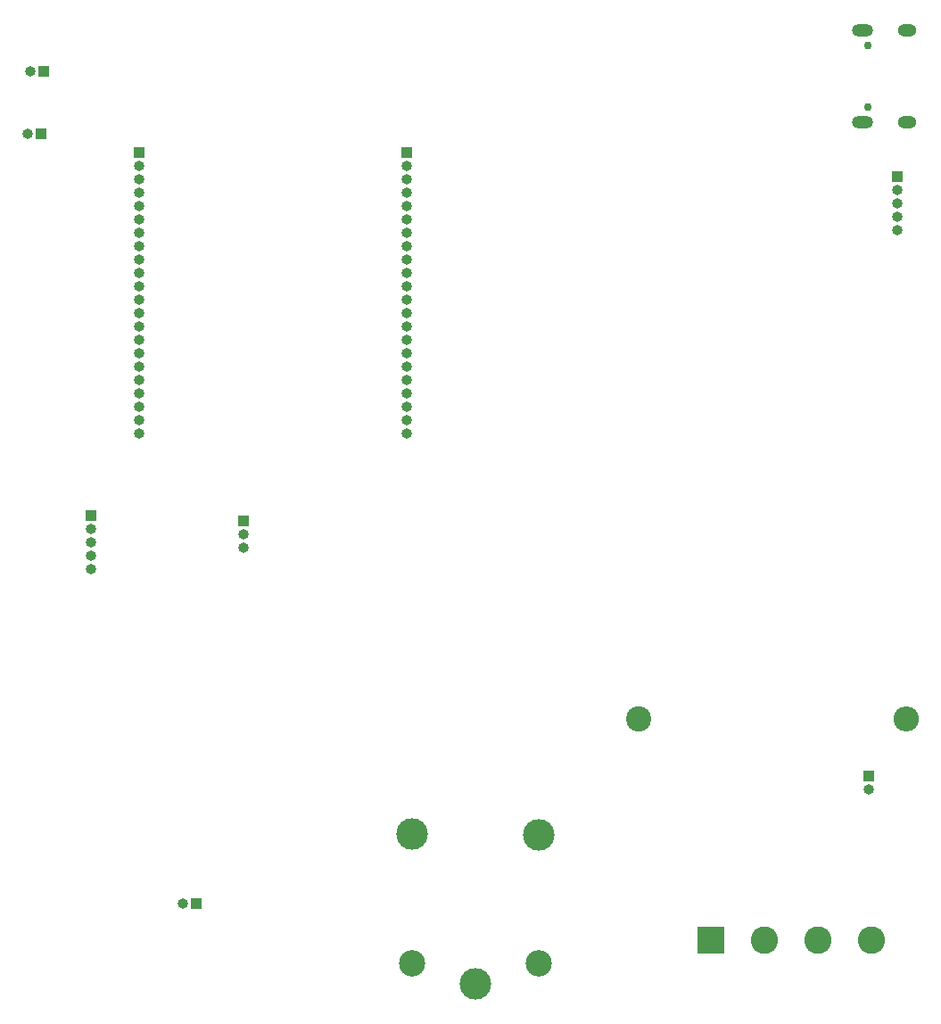
<source format=gbr>
%TF.GenerationSoftware,KiCad,Pcbnew,7.0.1*%
%TF.CreationDate,2023-08-29T13:16:49+02:00*%
%TF.ProjectId,LAS_V1,4c41535f-5631-42e6-9b69-6361645f7063,rev?*%
%TF.SameCoordinates,Original*%
%TF.FileFunction,Soldermask,Bot*%
%TF.FilePolarity,Negative*%
%FSLAX46Y46*%
G04 Gerber Fmt 4.6, Leading zero omitted, Abs format (unit mm)*
G04 Created by KiCad (PCBNEW 7.0.1) date 2023-08-29 13:16:49*
%MOMM*%
%LPD*%
G01*
G04 APERTURE LIST*
%ADD10O,1.000000X1.000000*%
%ADD11R,1.000000X1.000000*%
%ADD12C,2.400000*%
%ADD13O,2.400000X2.400000*%
%ADD14C,3.000000*%
%ADD15C,2.500000*%
%ADD16C,0.750000*%
%ADD17O,2.000000X1.200000*%
%ADD18O,1.800000X1.200000*%
%ADD19R,2.600000X2.600000*%
%ADD20C,2.600000*%
G04 APERTURE END LIST*
D10*
%TO.C,SW2*%
X98730000Y-61510000D03*
D11*
X100000000Y-61510000D03*
%TD*%
D10*
%TO.C,SW1*%
X98480000Y-67510000D03*
D11*
X99750000Y-67510000D03*
%TD*%
D12*
%TO.C,R17*%
X156500000Y-123000000D03*
D13*
X181900000Y-123000000D03*
%TD*%
D14*
%TO.C,K1*%
X140950000Y-148150000D03*
D15*
X147000000Y-146200000D03*
D14*
X147000000Y-134000000D03*
X134950000Y-133950000D03*
D15*
X135000000Y-146200000D03*
%TD*%
D11*
%TO.C,J9*%
X178300000Y-128450000D03*
D10*
X178300000Y-129720000D03*
%TD*%
D11*
%TO.C,J8*%
X181000000Y-71500000D03*
D10*
X181000000Y-72770000D03*
X181000000Y-74040000D03*
X181000000Y-75310000D03*
X181000000Y-76580000D03*
%TD*%
D16*
%TO.C,J7*%
X178245500Y-64900000D03*
X178245500Y-59100000D03*
D17*
X177745500Y-66325000D03*
X177745500Y-57675000D03*
D18*
X181925500Y-57675000D03*
X181925500Y-66325000D03*
%TD*%
D11*
%TO.C,J6*%
X114500000Y-140500000D03*
D10*
X113230000Y-140500000D03*
%TD*%
D11*
%TO.C,J5*%
X134450000Y-69250000D03*
D10*
X134450000Y-70520000D03*
X134450000Y-71790000D03*
X134450000Y-73060000D03*
X134450000Y-74330000D03*
X134450000Y-75600000D03*
X134450000Y-76870000D03*
X134450000Y-78140000D03*
X134450000Y-79410000D03*
X134450000Y-80680000D03*
X134450000Y-81950000D03*
X134450000Y-83220000D03*
X134450000Y-84490000D03*
X134450000Y-85760000D03*
X134450000Y-87030000D03*
X134450000Y-88300000D03*
X134450000Y-89570000D03*
X134450000Y-90840000D03*
X134450000Y-92110000D03*
X134450000Y-93380000D03*
X134450000Y-94650000D03*
X134450000Y-95920000D03*
%TD*%
%TO.C,J4*%
X109050000Y-95920000D03*
X109050000Y-94650000D03*
X109050000Y-93380000D03*
X109050000Y-92110000D03*
X109050000Y-90840000D03*
X109050000Y-89570000D03*
X109050000Y-88300000D03*
X109050000Y-87030000D03*
X109050000Y-85760000D03*
X109050000Y-84490000D03*
X109050000Y-83220000D03*
X109050000Y-81950000D03*
X109050000Y-80680000D03*
X109050000Y-79410000D03*
X109050000Y-78140000D03*
X109050000Y-76870000D03*
X109050000Y-75600000D03*
X109050000Y-74330000D03*
X109050000Y-73060000D03*
X109050000Y-71790000D03*
X109050000Y-70520000D03*
D11*
X109050000Y-69250000D03*
%TD*%
%TO.C,J3*%
X104500000Y-103690000D03*
D10*
X104500000Y-104960000D03*
X104500000Y-106230000D03*
X104500000Y-107500000D03*
X104500000Y-108770000D03*
%TD*%
D11*
%TO.C,J2*%
X119000000Y-104225000D03*
D10*
X119000000Y-105495000D03*
X119000000Y-106765000D03*
%TD*%
D19*
%TO.C,J1*%
X163340000Y-144000000D03*
D20*
X168420000Y-144000000D03*
X173500000Y-144000000D03*
X178580000Y-144000000D03*
%TD*%
M02*

</source>
